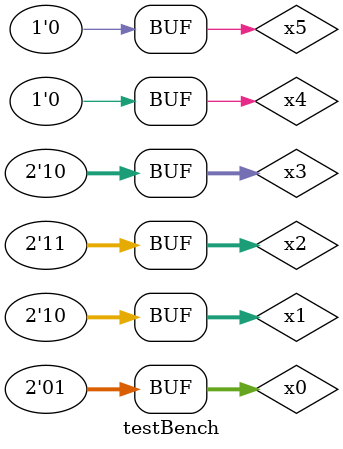
<source format=v>
`include "forwarding.v"

module testBench;
	 // input
	 reg [1:0] x0, x1, x2, x3;
	 reg x4, x5;
	 // output 
	 wire [1:0] q0, q1;



   // module: Forwarding Unit
	 ForwardingUnit forUnit(x0, x1, x2, x3, x4, x5, q0, q1);

   initial
      begin
				// q0 = 10; 
				#10 x0 = 2'b01; x1 = 2'b00; x2 = 2'b01; x3 = 2'b01; x4 = 1'b1; x5 = 1'b0;
				// q1 = 10;
				#10 x0 = 2'b00; x1 = 2'b01; x2 = 2'b01; x3 = 2'b01; x4 = 1'b1; x5 = 1'b0;
				
				// q0 = 01;
				#10 x0 = 2'b11; x1 = 2'b01; x2 = 2'b01; x3 = 2'b11; x4 = 1'b1; x5 = 1'b1;
				// q1 = 01;
				#10 x0 = 2'b01; x1 = 2'b10; x2 = 2'b11; x3 = 2'b10; x4 = 1'b1; x5 = 1'b1;
				
				// q0 = 01;
				#10 x0 = 2'b11; x1 = 2'b01; x2 = 2'b01; x3 = 2'b11; x4 = 1'b0; x5 = 1'b0;
				// q1 = 01;
				#10 x0 = 2'b01; x1 = 2'b10; x2 = 2'b11; x3 = 2'b10; x4 = 1'b0; x5 = 1'b0;

				


      end

   initial
			begin
		     $display ("IDEX_rs IDEX_rt EXMEM_rd MEMWB_rd EXMEM_RegWrite MEMWB_RegWrite Out Out");
         $monitor ("%b      %b      %b       %b       %b              %b              %b  %b",
		     x0, x1, x2, x3, x4, x5, q0, q1);
			
		  end

endmodule

</source>
